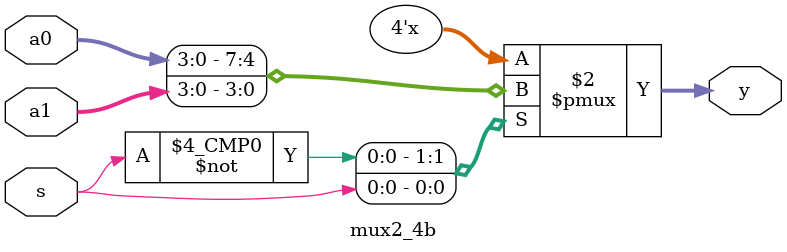
<source format=sv>
module mux2_4b(
    input logic s,
    input logic [3:0] a0,a1,
    output logic [3:0] y
);
    always_comb begin
        case(s)
        1'h0:  y = a0;
        1'h1:  y = a1;
        endcase
    end 

endmodule
</source>
